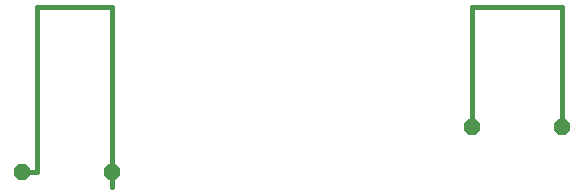
<source format=gbl>
G75*
G70*
%OFA0B0*%
%FSLAX24Y24*%
%IPPOS*%
%LPD*%
%AMOC8*
5,1,8,0,0,1.08239X$1,22.5*
%
%ADD10OC8,0.0520*%
%ADD11C,0.0160*%
D10*
X001601Y002101D03*
X004601Y002101D03*
X016601Y003601D03*
X019601Y003601D03*
D11*
X019601Y007601D01*
X016601Y007601D01*
X016601Y003601D01*
X004601Y002101D02*
X004601Y001601D01*
X004601Y002101D02*
X004601Y007601D01*
X002101Y007601D01*
X002101Y002101D01*
X001601Y002101D01*
M02*

</source>
